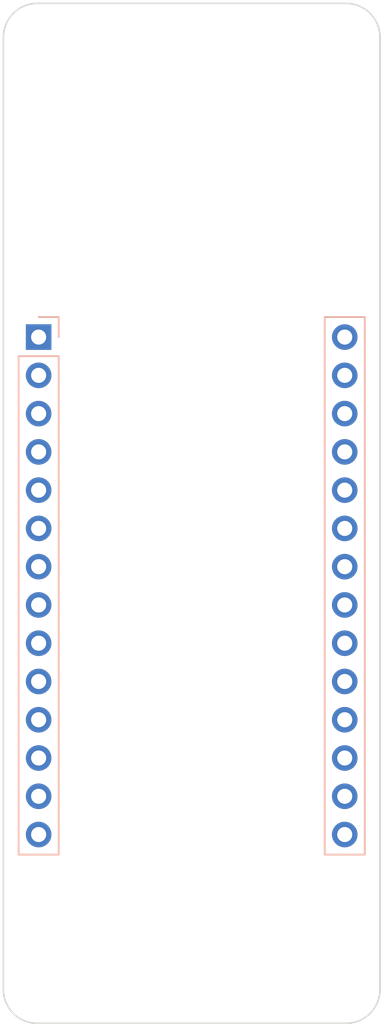
<source format=kicad_pcb>
(kicad_pcb (version 20221018) (generator pcbnew)
  (layers (0 "F.Cu" signal) (31 "B.Cu" signal) (34 "B.Paste" user) (35 "F.Paste" user) (36 "B.SilkS" user "B.Silkscreen") (37 "F.SilkS" user "F.Silkscreen") (38 "B.Mask" user) (39 "F.Mask" user) (44 "Edge.Cuts" user))
  (net 0 "")
  (footprint "MountingHole:MountingHole_2.2mm_M2" (layer "F.Cu") (at 22.75 2.25)
    (fp_text reference "REF**" hide)
    (fp_text value "MountingHole_2.2mm_M2" hide)
    (pad "" np_thru_hole circle (at 0 0) (size 2.2 2.2) (drill 2.2) (layers "*.Cu" "*.Mask"))
  )
  (footprint "MountingHole:MountingHole_2.2mm_M2" (layer "F.Cu") (at 2.25 59.25)
    (fp_text reference "REF**" hide)
    (fp_text value "MountingHole_2.2mm_M2" hide)
    (pad "" np_thru_hole circle (at 0 0) (size 2.2 2.2) (drill 2.2) (layers "*.Cu" "*.Mask"))
  )
  (footprint "MountingHole:MountingHole_2.2mm_M2" (layer "F.Cu") (at 22.75 59.25)
    (fp_text reference "REF**" hide)
    (fp_text value "MountingHole_2.2mm_M2" hide)
    (pad "" np_thru_hole circle (at 0 0) (size 2.2 2.2) (drill 2.2) (layers "*.Cu" "*.Mask"))
  )
  (footprint "MountingHole:MountingHole_2.2mm_M2" (layer "F.Cu") (at 2.25 2.25)
    (fp_text reference "REF**" hide)
    (fp_text value "MountingHole_2.2mm_M2" hide)
    (pad "" np_thru_hole circle (at 0 0) (size 2.2 2.2) (drill 2.2) (layers "*.Cu" "*.Mask"))
  )
  (footprint "Connector_PinHeader_2.54mm:PinHeader_1x14_P2.54mm_Vertical" (layer "B.Cu") (at 22.66 22.15 180)
    (fp_text reference "REF**" hide)
    (fp_text value "PinHeader_1x14_P2.54mm_Vertical" hide)
    (fp_line (start -1.33 -34.35) (end 1.33 -34.35) (stroke (width 0.12)) (layer "B.SilkS"))
    (fp_line (start -1.33 1.33) (end -1.33 -34.35) (stroke (width 0.12)) (layer "B.SilkS"))
    (fp_line (start -1.33 1.33) (end 1.33 1.33) (stroke (width 0.12)) (layer "B.SilkS"))
    (fp_line (start 1.33 1.33) (end 1.33 -34.35) (stroke (width 0.12)) (layer "B.SilkS"))
    (pad "1" thru_hole circle (at 0 0 180) (size 1.7 1.7) (drill 1) (layers "*.Cu" "*.Mask"))
    (pad "2" thru_hole oval (at 0 -2.54 180) (size 1.7 1.7) (drill 1) (layers "*.Cu" "*.Mask"))
    (pad "3" thru_hole oval (at 0 -5.08 180) (size 1.7 1.7) (drill 1) (layers "*.Cu" "*.Mask"))
    (pad "4" thru_hole oval (at 0 -7.62 180) (size 1.7 1.7) (drill 1) (layers "*.Cu" "*.Mask"))
    (pad "5" thru_hole oval (at 0 -10.16 180) (size 1.7 1.7) (drill 1) (layers "*.Cu" "*.Mask"))
    (pad "6" thru_hole oval (at 0 -12.7 180) (size 1.7 1.7) (drill 1) (layers "*.Cu" "*.Mask"))
    (pad "7" thru_hole oval (at 0 -15.24 180) (size 1.7 1.7) (drill 1) (layers "*.Cu" "*.Mask"))
    (pad "8" thru_hole oval (at 0 -17.78 180) (size 1.7 1.7) (drill 1) (layers "*.Cu" "*.Mask"))
    (pad "9" thru_hole oval (at 0 -20.32 180) (size 1.7 1.7) (drill 1) (layers "*.Cu" "*.Mask"))
    (pad "10" thru_hole oval (at 0 -22.86 180) (size 1.7 1.7) (drill 1) (layers "*.Cu" "*.Mask"))
    (pad "11" thru_hole oval (at 0 -25.4 180) (size 1.7 1.7) (drill 1) (layers "*.Cu" "*.Mask"))
    (pad "12" thru_hole oval (at 0 -27.94 180) (size 1.7 1.7) (drill 1) (layers "*.Cu" "*.Mask"))
    (pad "13" thru_hole oval (at 0 -30.48 180) (size 1.7 1.7) (drill 1) (layers "*.Cu" "*.Mask"))
    (pad "14" thru_hole oval (at 0 -33.02 180) (size 1.7 1.7) (drill 1) (layers "*.Cu" "*.Mask"))
  )
  (footprint "Connector_PinHeader_2.54mm:PinHeader_1x14_P2.54mm_Vertical" (layer "B.Cu") (at 2.34 22.15 180)
    (fp_text reference "REF**" hide)
    (fp_text value "PinHeader_1x14_P2.54mm_Vertical" hide)
    (fp_line (start -1.33 -34.35) (end 1.33 -34.35) (stroke (width 0.12)) (layer "B.SilkS"))
    (fp_line (start -1.33 -1.27) (end -1.33 -34.35) (stroke (width 0.12)) (layer "B.SilkS"))
    (fp_line (start -1.33 -1.27) (end 1.33 -1.27) (stroke (width 0.12)) (layer "B.SilkS"))
    (fp_line (start -1.33 0) (end -1.33 1.33) (stroke (width 0.12)) (layer "B.SilkS"))
    (fp_line (start -1.33 1.33) (end 0 1.33) (stroke (width 0.12)) (layer "B.SilkS"))
    (fp_line (start 1.33 -1.27) (end 1.33 -34.35) (stroke (width 0.12)) (layer "B.SilkS"))
    (pad "1" thru_hole rect (at 0 0 180) (size 1.7 1.7) (drill 1) (layers "*.Cu" "*.Mask"))
    (pad "2" thru_hole oval (at 0 -2.54 180) (size 1.7 1.7) (drill 1) (layers "*.Cu" "*.Mask"))
    (pad "3" thru_hole oval (at 0 -5.08 180) (size 1.7 1.7) (drill 1) (layers "*.Cu" "*.Mask"))
    (pad "4" thru_hole oval (at 0 -7.62 180) (size 1.7 1.7) (drill 1) (layers "*.Cu" "*.Mask"))
    (pad "5" thru_hole oval (at 0 -10.16 180) (size 1.7 1.7) (drill 1) (layers "*.Cu" "*.Mask"))
    (pad "6" thru_hole oval (at 0 -12.7 180) (size 1.7 1.7) (drill 1) (layers "*.Cu" "*.Mask"))
    (pad "7" thru_hole oval (at 0 -15.24 180) (size 1.7 1.7) (drill 1) (layers "*.Cu" "*.Mask"))
    (pad "8" thru_hole oval (at 0 -17.78 180) (size 1.7 1.7) (drill 1) (layers "*.Cu" "*.Mask"))
    (pad "9" thru_hole oval (at 0 -20.32 180) (size 1.7 1.7) (drill 1) (layers "*.Cu" "*.Mask"))
    (pad "10" thru_hole oval (at 0 -22.86 180) (size 1.7 1.7) (drill 1) (layers "*.Cu" "*.Mask"))
    (pad "11" thru_hole oval (at 0 -25.4 180) (size 1.7 1.7) (drill 1) (layers "*.Cu" "*.Mask"))
    (pad "12" thru_hole oval (at 0 -27.94 180) (size 1.7 1.7) (drill 1) (layers "*.Cu" "*.Mask"))
    (pad "13" thru_hole oval (at 0 -30.48 180) (size 1.7 1.7) (drill 1) (layers "*.Cu" "*.Mask"))
    (pad "14" thru_hole oval (at 0 -33.02 180) (size 1.7 1.7) (drill 1) (layers "*.Cu" "*.Mask"))
  )
  (gr_line (start 0 65.45) (end 0 2.25) (stroke (width 0.1)) (layer "Edge.Cuts"))
  (gr_arc (start 0 2.25) (mid 0.65901 0.65901) (end 2.25 0) (stroke (width 0.1)) (layer "Edge.Cuts"))
  (gr_line (start 25 2.25) (end 25 65.45) (stroke (width 0.1)) (layer "Edge.Cuts"))
  (gr_line (start 22.75 67.7) (end 2.25 67.7) (stroke (width 0.1)) (layer "Edge.Cuts"))
  (gr_arc (start 2.25 67.7) (mid 0.65901 67.04099) (end 0 65.45) (stroke (width 0.1)) (layer "Edge.Cuts"))
  (gr_arc (start 25 65.45) (mid 24.34099 67.04099) (end 22.75 67.7) (stroke (width 0.1)) (layer "Edge.Cuts"))
  (gr_line (start 2.25 0) (end 22.75 0) (stroke (width 0.1)) (layer "Edge.Cuts"))
  (gr_arc (start 22.75 0) (mid 24.34099 0.65901) (end 25 2.25) (stroke (width 0.1)) (layer "Edge.Cuts"))
)
</source>
